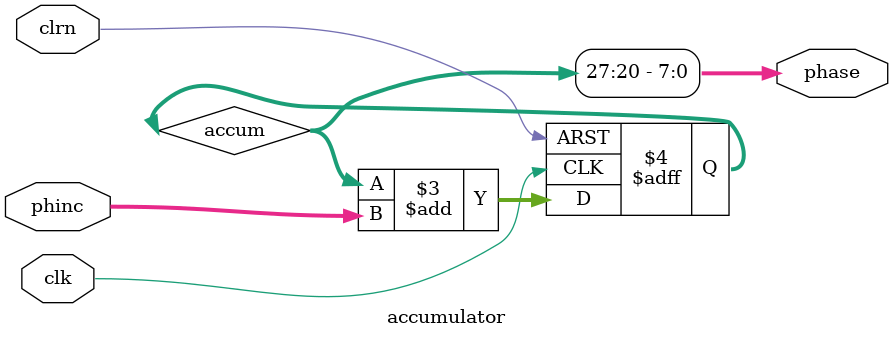
<source format=v>
module accumulator

#(
	// Parameter Declarations
	parameter m = 28
)

(
	// Input Ports
	input clk, clrn,
	input [7:0]phinc,

	// Output Ports
	output [7:0] phase
);

	// Module Item(s)


reg [m-1:0]accum;

assign phase = accum[m-1:m-8];
	
	always @ (negedge clrn or posedge clk)
begin
	// Reset whenever the reset signal goes low, regardless of the clock
	if (!clrn)
	begin
		accum <= 0;
	end
	// If not resetting, update the register output on the clock's rising edge
	else
	begin
		accum <= accum + phinc;
	end
end

	
	
endmodule

</source>
